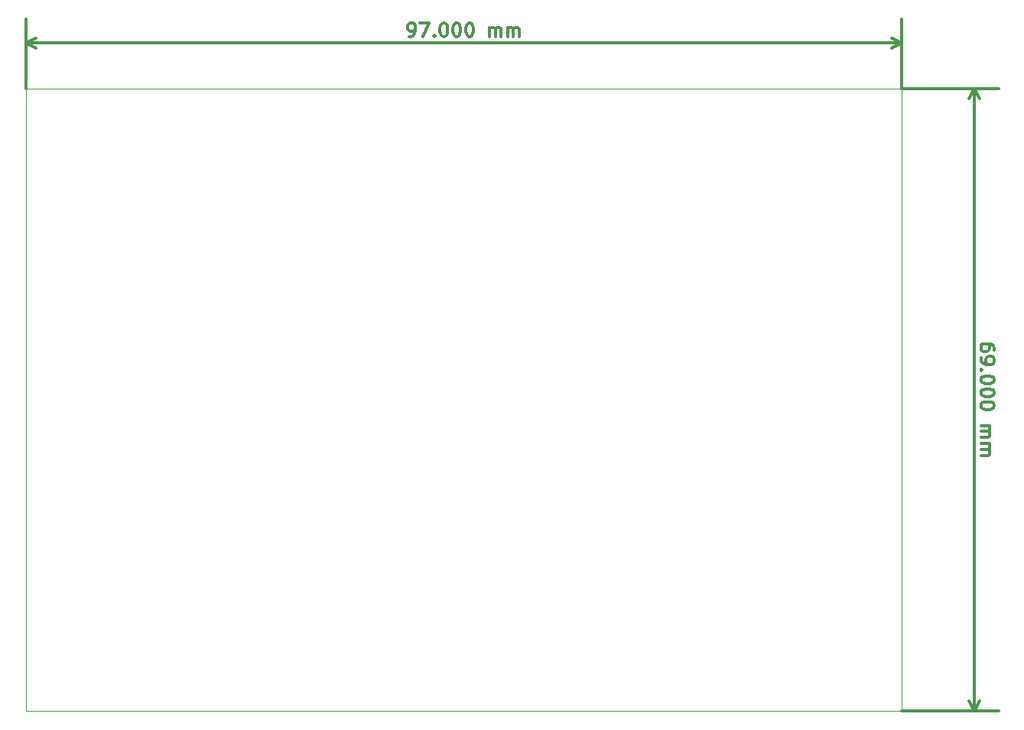
<source format=gbr>
G04 (created by PCBNEW (2013-07-07 BZR 4022)-stable) date 08-Nov-13 6:42:12 PM*
%MOIN*%
G04 Gerber Fmt 3.4, Leading zero omitted, Abs format*
%FSLAX34Y34*%
G01*
G70*
G90*
G04 APERTURE LIST*
%ADD10C,0.00590551*%
%ADD11C,0.011811*%
%ADD12C,0.00393701*%
G04 APERTURE END LIST*
G54D10*
G54D11*
X88678Y-53149D02*
X88678Y-53037D01*
X88650Y-52980D01*
X88622Y-52952D01*
X88537Y-52896D01*
X88425Y-52868D01*
X88200Y-52868D01*
X88143Y-52896D01*
X88115Y-52924D01*
X88087Y-52980D01*
X88087Y-53093D01*
X88115Y-53149D01*
X88143Y-53177D01*
X88200Y-53205D01*
X88340Y-53205D01*
X88397Y-53177D01*
X88425Y-53149D01*
X88453Y-53093D01*
X88453Y-52980D01*
X88425Y-52924D01*
X88397Y-52896D01*
X88340Y-52868D01*
X88087Y-53487D02*
X88087Y-53599D01*
X88115Y-53655D01*
X88143Y-53683D01*
X88228Y-53740D01*
X88340Y-53768D01*
X88565Y-53768D01*
X88622Y-53740D01*
X88650Y-53712D01*
X88678Y-53655D01*
X88678Y-53543D01*
X88650Y-53487D01*
X88622Y-53458D01*
X88565Y-53430D01*
X88425Y-53430D01*
X88368Y-53458D01*
X88340Y-53487D01*
X88312Y-53543D01*
X88312Y-53655D01*
X88340Y-53712D01*
X88368Y-53740D01*
X88425Y-53768D01*
X88143Y-54021D02*
X88115Y-54049D01*
X88087Y-54021D01*
X88115Y-53993D01*
X88143Y-54021D01*
X88087Y-54021D01*
X88678Y-54415D02*
X88678Y-54471D01*
X88650Y-54527D01*
X88622Y-54555D01*
X88565Y-54583D01*
X88453Y-54611D01*
X88312Y-54611D01*
X88200Y-54583D01*
X88143Y-54555D01*
X88115Y-54527D01*
X88087Y-54471D01*
X88087Y-54415D01*
X88115Y-54358D01*
X88143Y-54330D01*
X88200Y-54302D01*
X88312Y-54274D01*
X88453Y-54274D01*
X88565Y-54302D01*
X88622Y-54330D01*
X88650Y-54358D01*
X88678Y-54415D01*
X88678Y-54977D02*
X88678Y-55033D01*
X88650Y-55089D01*
X88622Y-55118D01*
X88565Y-55146D01*
X88453Y-55174D01*
X88312Y-55174D01*
X88200Y-55146D01*
X88143Y-55118D01*
X88115Y-55089D01*
X88087Y-55033D01*
X88087Y-54977D01*
X88115Y-54921D01*
X88143Y-54893D01*
X88200Y-54865D01*
X88312Y-54836D01*
X88453Y-54836D01*
X88565Y-54865D01*
X88622Y-54893D01*
X88650Y-54921D01*
X88678Y-54977D01*
X88678Y-55539D02*
X88678Y-55596D01*
X88650Y-55652D01*
X88622Y-55680D01*
X88565Y-55708D01*
X88453Y-55736D01*
X88312Y-55736D01*
X88200Y-55708D01*
X88143Y-55680D01*
X88115Y-55652D01*
X88087Y-55596D01*
X88087Y-55539D01*
X88115Y-55483D01*
X88143Y-55455D01*
X88200Y-55427D01*
X88312Y-55399D01*
X88453Y-55399D01*
X88565Y-55427D01*
X88622Y-55455D01*
X88650Y-55483D01*
X88678Y-55539D01*
X88087Y-56439D02*
X88481Y-56439D01*
X88425Y-56439D02*
X88453Y-56467D01*
X88481Y-56524D01*
X88481Y-56608D01*
X88453Y-56664D01*
X88397Y-56692D01*
X88087Y-56692D01*
X88397Y-56692D02*
X88453Y-56721D01*
X88481Y-56777D01*
X88481Y-56861D01*
X88453Y-56917D01*
X88397Y-56946D01*
X88087Y-56946D01*
X88087Y-57227D02*
X88481Y-57227D01*
X88425Y-57227D02*
X88453Y-57255D01*
X88481Y-57311D01*
X88481Y-57395D01*
X88453Y-57452D01*
X88397Y-57480D01*
X88087Y-57480D01*
X88397Y-57480D02*
X88453Y-57508D01*
X88481Y-57564D01*
X88481Y-57649D01*
X88453Y-57705D01*
X88397Y-57733D01*
X88087Y-57733D01*
X87795Y-41732D02*
X87795Y-68897D01*
X84645Y-41732D02*
X88858Y-41732D01*
X84645Y-68897D02*
X88858Y-68897D01*
X87795Y-68897D02*
X87564Y-68454D01*
X87795Y-68897D02*
X88026Y-68454D01*
X87795Y-41732D02*
X87564Y-42175D01*
X87795Y-41732D02*
X88026Y-42175D01*
X63160Y-39471D02*
X63273Y-39471D01*
X63329Y-39443D01*
X63357Y-39415D01*
X63413Y-39330D01*
X63442Y-39218D01*
X63442Y-38993D01*
X63413Y-38937D01*
X63385Y-38908D01*
X63329Y-38880D01*
X63217Y-38880D01*
X63160Y-38908D01*
X63132Y-38937D01*
X63104Y-38993D01*
X63104Y-39133D01*
X63132Y-39190D01*
X63160Y-39218D01*
X63217Y-39246D01*
X63329Y-39246D01*
X63385Y-39218D01*
X63413Y-39190D01*
X63442Y-39133D01*
X63638Y-38880D02*
X64032Y-38880D01*
X63779Y-39471D01*
X64257Y-39415D02*
X64285Y-39443D01*
X64257Y-39471D01*
X64229Y-39443D01*
X64257Y-39415D01*
X64257Y-39471D01*
X64651Y-38880D02*
X64707Y-38880D01*
X64763Y-38908D01*
X64791Y-38937D01*
X64820Y-38993D01*
X64848Y-39105D01*
X64848Y-39246D01*
X64820Y-39358D01*
X64791Y-39415D01*
X64763Y-39443D01*
X64707Y-39471D01*
X64651Y-39471D01*
X64595Y-39443D01*
X64566Y-39415D01*
X64538Y-39358D01*
X64510Y-39246D01*
X64510Y-39105D01*
X64538Y-38993D01*
X64566Y-38937D01*
X64595Y-38908D01*
X64651Y-38880D01*
X65213Y-38880D02*
X65269Y-38880D01*
X65326Y-38908D01*
X65354Y-38937D01*
X65382Y-38993D01*
X65410Y-39105D01*
X65410Y-39246D01*
X65382Y-39358D01*
X65354Y-39415D01*
X65326Y-39443D01*
X65269Y-39471D01*
X65213Y-39471D01*
X65157Y-39443D01*
X65129Y-39415D01*
X65101Y-39358D01*
X65073Y-39246D01*
X65073Y-39105D01*
X65101Y-38993D01*
X65129Y-38937D01*
X65157Y-38908D01*
X65213Y-38880D01*
X65776Y-38880D02*
X65832Y-38880D01*
X65888Y-38908D01*
X65916Y-38937D01*
X65944Y-38993D01*
X65973Y-39105D01*
X65973Y-39246D01*
X65944Y-39358D01*
X65916Y-39415D01*
X65888Y-39443D01*
X65832Y-39471D01*
X65776Y-39471D01*
X65719Y-39443D01*
X65691Y-39415D01*
X65663Y-39358D01*
X65635Y-39246D01*
X65635Y-39105D01*
X65663Y-38993D01*
X65691Y-38937D01*
X65719Y-38908D01*
X65776Y-38880D01*
X66676Y-39471D02*
X66676Y-39077D01*
X66676Y-39133D02*
X66704Y-39105D01*
X66760Y-39077D01*
X66844Y-39077D01*
X66901Y-39105D01*
X66929Y-39161D01*
X66929Y-39471D01*
X66929Y-39161D02*
X66957Y-39105D01*
X67013Y-39077D01*
X67097Y-39077D01*
X67154Y-39105D01*
X67182Y-39161D01*
X67182Y-39471D01*
X67463Y-39471D02*
X67463Y-39077D01*
X67463Y-39133D02*
X67491Y-39105D01*
X67547Y-39077D01*
X67632Y-39077D01*
X67688Y-39105D01*
X67716Y-39161D01*
X67716Y-39471D01*
X67716Y-39161D02*
X67744Y-39105D01*
X67800Y-39077D01*
X67885Y-39077D01*
X67941Y-39105D01*
X67969Y-39161D01*
X67969Y-39471D01*
X46456Y-39763D02*
X84645Y-39763D01*
X46456Y-41732D02*
X46456Y-38700D01*
X84645Y-41732D02*
X84645Y-38700D01*
X84645Y-39763D02*
X84202Y-39994D01*
X84645Y-39763D02*
X84202Y-39532D01*
X46456Y-39763D02*
X46900Y-39994D01*
X46456Y-39763D02*
X46900Y-39532D01*
G54D12*
X46456Y-41732D02*
X46850Y-41732D01*
X46456Y-68897D02*
X46456Y-41732D01*
X46850Y-68897D02*
X46456Y-68897D01*
X84645Y-68897D02*
X46850Y-68897D01*
X84645Y-41732D02*
X84645Y-68897D01*
X83070Y-41732D02*
X84645Y-41732D01*
X82677Y-41732D02*
X83070Y-41732D01*
X46850Y-41732D02*
X82677Y-41732D01*
M02*

</source>
